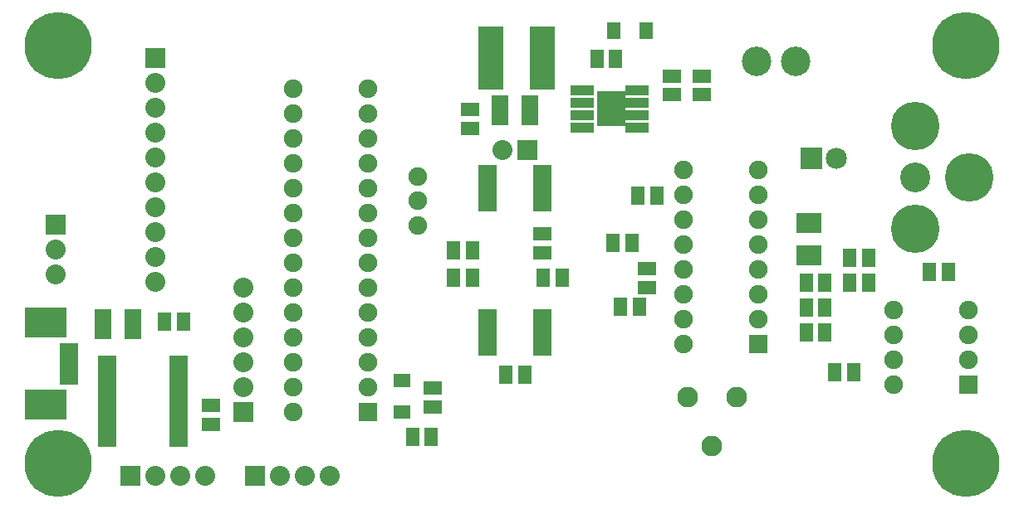
<source format=gts>
G04 (created by PCBNEW-RS274X (2011-05-25)-stable) date Fri 01 Mar 2013 09:55:38 PM EST*
G01*
G70*
G90*
%MOIN*%
G04 Gerber Fmt 3.4, Leading zero omitted, Abs format*
%FSLAX34Y34*%
G04 APERTURE LIST*
%ADD10C,0.006000*%
%ADD11R,0.100000X0.080000*%
%ADD12R,0.075000X0.055000*%
%ADD13R,0.055000X0.075000*%
%ADD14C,0.075000*%
%ADD15R,0.080000X0.080000*%
%ADD16C,0.080000*%
%ADD17R,0.075000X0.075000*%
%ADD18R,0.085000X0.085000*%
%ADD19C,0.085000*%
%ADD20C,0.195000*%
%ADD21C,0.120000*%
%ADD22R,0.077900X0.036500*%
%ADD23C,0.083000*%
%ADD24R,0.169600X0.118400*%
%ADD25R,0.075100X0.039700*%
%ADD26C,0.118400*%
%ADD27R,0.075000X0.033700*%
%ADD28C,0.270000*%
%ADD29R,0.098700X0.256200*%
%ADD30R,0.095000X0.044000*%
%ADD31R,0.115000X0.142000*%
%ADD32C,0.047000*%
%ADD33R,0.068000X0.055800*%
%ADD34R,0.055800X0.068000*%
%ADD35R,0.070000X0.120000*%
G04 APERTURE END LIST*
G54D10*
G54D11*
X71900Y-41800D03*
X71900Y-40500D03*
G54D12*
X56800Y-47125D03*
X56800Y-47875D03*
X61200Y-40925D03*
X61200Y-41675D03*
G54D13*
X58375Y-42700D03*
X57625Y-42700D03*
X57625Y-41600D03*
X58375Y-41600D03*
X59725Y-46600D03*
X60475Y-46600D03*
G54D12*
X65400Y-42325D03*
X65400Y-43075D03*
G54D13*
X71775Y-42900D03*
X72525Y-42900D03*
X72525Y-44900D03*
X71775Y-44900D03*
X72525Y-43900D03*
X71775Y-43900D03*
X65075Y-43850D03*
X64325Y-43850D03*
X74275Y-42900D03*
X73525Y-42900D03*
X64775Y-41300D03*
X64025Y-41300D03*
X61225Y-42700D03*
X61975Y-42700D03*
X46775Y-44450D03*
X46025Y-44450D03*
G54D12*
X58300Y-35925D03*
X58300Y-36675D03*
G54D13*
X55975Y-49100D03*
X56725Y-49100D03*
X65775Y-39400D03*
X65025Y-39400D03*
X76725Y-42450D03*
X77475Y-42450D03*
X72925Y-46500D03*
X73675Y-46500D03*
X73525Y-41900D03*
X74275Y-41900D03*
G54D14*
X56200Y-38616D03*
X56200Y-40584D03*
X56200Y-39600D03*
G54D15*
X44650Y-50650D03*
G54D16*
X45650Y-50650D03*
X46650Y-50650D03*
X47650Y-50650D03*
G54D15*
X49650Y-50650D03*
G54D16*
X50650Y-50650D03*
X51650Y-50650D03*
X52650Y-50650D03*
G54D15*
X41650Y-40550D03*
G54D16*
X41650Y-41550D03*
X41650Y-42550D03*
G54D15*
X60600Y-37550D03*
G54D16*
X59600Y-37550D03*
G54D15*
X49200Y-48100D03*
G54D16*
X49200Y-47100D03*
X49200Y-46100D03*
X49200Y-45100D03*
X49200Y-44100D03*
X49200Y-43100D03*
G54D17*
X78300Y-47000D03*
G54D14*
X78300Y-46000D03*
X78300Y-45000D03*
X78300Y-44000D03*
X75300Y-44000D03*
X75300Y-45000D03*
X75300Y-46000D03*
X75300Y-47000D03*
X54200Y-47100D03*
X54200Y-46100D03*
X54200Y-45100D03*
X54200Y-44100D03*
X54200Y-43100D03*
X54200Y-42100D03*
X54200Y-41100D03*
X54200Y-40100D03*
X54200Y-39100D03*
X54200Y-38100D03*
X54200Y-37100D03*
X54200Y-36100D03*
X54200Y-35100D03*
G54D17*
X54200Y-48100D03*
G54D14*
X51200Y-35100D03*
X51200Y-36100D03*
X51200Y-37100D03*
X51200Y-38100D03*
X51200Y-39100D03*
X51200Y-40100D03*
X51200Y-41100D03*
X51200Y-42100D03*
X51200Y-43100D03*
X51200Y-44100D03*
X51200Y-45100D03*
X51200Y-46100D03*
X51200Y-47100D03*
X51200Y-48100D03*
G54D17*
X69850Y-45350D03*
G54D14*
X69850Y-44350D03*
X69850Y-43350D03*
X69850Y-42350D03*
X69850Y-41350D03*
X69850Y-40350D03*
X69850Y-39350D03*
X69850Y-38350D03*
X66850Y-38350D03*
X66850Y-39350D03*
X66850Y-40350D03*
X66850Y-41350D03*
X66850Y-42350D03*
X66850Y-43350D03*
X66850Y-44350D03*
X66850Y-45350D03*
G54D18*
X72000Y-37900D03*
G54D19*
X73000Y-37900D03*
G54D20*
X78320Y-38650D03*
X76150Y-36585D03*
X76150Y-40715D03*
G54D21*
X76150Y-38650D03*
G54D22*
X61202Y-39100D03*
X61202Y-38844D03*
X61202Y-38588D03*
X61202Y-38332D03*
X58998Y-38332D03*
X61202Y-39868D03*
X61202Y-39612D03*
X61202Y-39356D03*
X58998Y-38588D03*
X58998Y-38844D03*
X58998Y-39100D03*
X58998Y-39356D03*
X58998Y-39612D03*
X58998Y-39868D03*
X61202Y-44900D03*
X61202Y-44644D03*
X61202Y-44388D03*
X61202Y-44132D03*
X58998Y-44132D03*
X61202Y-45668D03*
X61202Y-45412D03*
X61202Y-45156D03*
X58998Y-44388D03*
X58998Y-44644D03*
X58998Y-44900D03*
X58998Y-45156D03*
X58998Y-45412D03*
X58998Y-45668D03*
G54D23*
X68984Y-47500D03*
X67016Y-47500D03*
X68000Y-49469D03*
G54D16*
X45650Y-42850D03*
X45650Y-41850D03*
X45650Y-38850D03*
X45650Y-37850D03*
G54D15*
X45650Y-33850D03*
G54D16*
X45650Y-34850D03*
X45650Y-35850D03*
X45650Y-36850D03*
X45650Y-39850D03*
X45650Y-40850D03*
G54D12*
X47900Y-48575D03*
X47900Y-47825D03*
X67600Y-35325D03*
X67600Y-34575D03*
G54D13*
X64125Y-33900D03*
X63375Y-33900D03*
G54D24*
X41257Y-47804D03*
X41257Y-44496D03*
G54D25*
X42202Y-46780D03*
X42202Y-46465D03*
X42202Y-45520D03*
X42202Y-45835D03*
X42202Y-46150D03*
G54D26*
X69800Y-34000D03*
X71360Y-34000D03*
G54D27*
X46589Y-49313D03*
X46589Y-49057D03*
X46589Y-48801D03*
X46589Y-48545D03*
X46589Y-48289D03*
X46589Y-48033D03*
X46589Y-47777D03*
X46589Y-47523D03*
X46589Y-47267D03*
X46589Y-47011D03*
X46589Y-46755D03*
X46589Y-46499D03*
X46589Y-46243D03*
X46589Y-45987D03*
X43711Y-45987D03*
X43711Y-46243D03*
X43711Y-46499D03*
X43711Y-46755D03*
X43711Y-47011D03*
X43711Y-47267D03*
X43711Y-47523D03*
X43711Y-47777D03*
X43711Y-48033D03*
X43711Y-48289D03*
X43711Y-48545D03*
X43711Y-48801D03*
X43711Y-49057D03*
X43711Y-49313D03*
G54D28*
X41750Y-33350D03*
X78200Y-33350D03*
X41750Y-50150D03*
X78200Y-50150D03*
G54D29*
X61194Y-33850D03*
X59106Y-33850D03*
G54D30*
X62800Y-35150D03*
X62800Y-35650D03*
X62800Y-36150D03*
X62800Y-36650D03*
X64990Y-36650D03*
X64990Y-36150D03*
X64990Y-35650D03*
X64990Y-35150D03*
G54D31*
X63950Y-35900D03*
G54D32*
X64150Y-35450D03*
X63650Y-35450D03*
X63850Y-35750D03*
X64150Y-36100D03*
X63650Y-36100D03*
X63900Y-36350D03*
G54D33*
X55550Y-48094D03*
X55550Y-46806D03*
G54D34*
X65344Y-32750D03*
X64056Y-32750D03*
G54D35*
X43550Y-44550D03*
X44750Y-44550D03*
G54D12*
X66400Y-35325D03*
X66400Y-34575D03*
G54D35*
X59500Y-35950D03*
X60700Y-35950D03*
M02*

</source>
